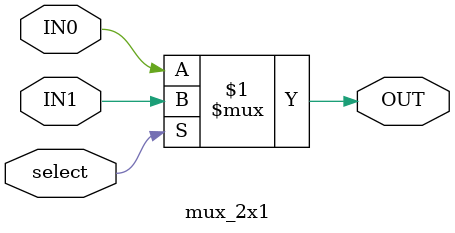
<source format=v>
module mux_2x1 (
    input IN0,
    input IN1,
    input select,
    
    output OUT
);
    assign OUT = select ? IN1 : IN0;

endmodule
</source>
